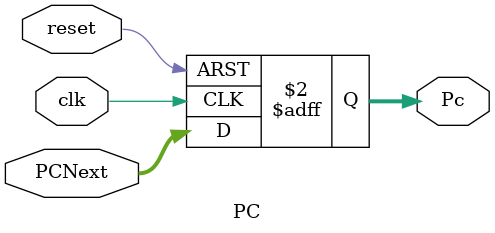
<source format=v>
module PC(input [31:0] PCNext,input reset,input clk,output reg [31:0]Pc);
    always@(posedge clk or posedge reset)
    begin
        if (reset)
            Pc<=32'b00;
        else
            Pc<=PCNext;
    end
endmodule

</source>
